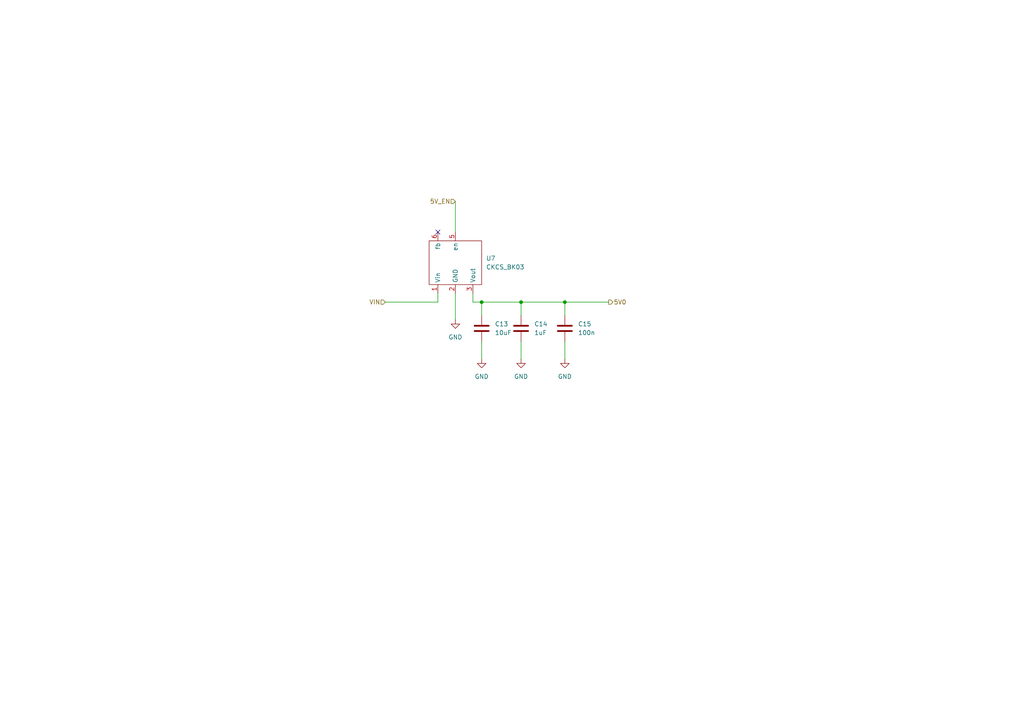
<source format=kicad_sch>
(kicad_sch (version 20230121) (generator eeschema)
  (paper "A4")
  (lib_symbols
    (symbol "Device:C" (pin_numbers hide) (pin_names (offset 0.254))
      (property "Reference" "C" (at 0.635 2.54 0))
      (property "Value" "C" (at 0.635 -2.54 0))
      (symbol "C_0_1"
        (polyline (pts (xy -2.032 -0.762) (xy 2.032 -0.762)) (stroke (width 0.508)))
        (polyline (pts (xy -2.032 0.762) (xy 2.032 0.762)) (stroke (width 0.508)))
      )
      (symbol "C_1_1"
        (pin passive line (at 0 3.81 270) (length 2.794) (name "~") (number "1"))
        (pin passive line (at 0 -3.81 90) (length 2.794) (name "~") (number "2"))
      )
    )
    (symbol "pcb_modules:CKCS_BK03"
      (property "Reference" "U" (at -13.97 1.27 0))
      (property "Value" "CKCS_BK03" (at -13.97 -1.27 0))
      (symbol "CKCS_BK03_0_0"
        (pin power_in line (at 0 -8.89 90) (length 2.54) (name "GND") (number "2"))
        (pin power_out line (at 5.08 -8.89 90) (length 2.54) (name "Vout") (number "3"))
        (pin no_connect line (at 5.08 6.35 270) (length 2.54) hide (name "") (number "4"))
        (pin input line (at 0 8.89 270) (length 2.54) (name "en") (number "5"))
        (pin input line (at -5.08 8.89 270) (length 2.54) (name "fb") (number "6"))
      )
      (symbol "CKCS_BK03_0_1"
        (rectangle (start -7.62 6.35) (end 7.62 -6.35))
      )
      (symbol "CKCS_BK03_1_1"
        (pin power_in line (at -5.08 -8.89 90) (length 2.54) (name "Vin") (number "1"))
      )
    )
    (symbol "power:GND" (power) (pin_names (offset 0))
      (property "Value" "GND" (at 0 -3.81 0))
      (symbol "GND_0_1"
        (polyline (pts (xy 0 0) (xy 0 -1.27) (xy 1.27 -1.27) (xy 0 -2.54) (xy -1.27 -1.27) (xy 0 -1.27)))
      )
      (symbol "GND_1_1"
        (pin power_in line (at 0 0 270) (length 0) hide (name "GND") (number "1"))
      )
    )
  )
  (junction (at 163.83 87.63))
  (junction (at 139.7 87.63))
  (junction (at 151.13 87.63))
  (no_connect (at 127 67.31))
  (wire (pts (xy 163.83 87.63) (xy 176.53 87.63)))
  (wire (pts (xy 137.16 85.09) (xy 137.16 87.63)))
  (wire (pts (xy 139.7 87.63) (xy 139.7 91.44)))
  (wire (pts (xy 127 85.09) (xy 127 87.63)))
  (wire (pts (xy 163.83 87.63) (xy 163.83 91.44)))
  (wire (pts (xy 132.08 92.71) (xy 132.08 85.09)))
  (wire (pts (xy 151.13 87.63) (xy 163.83 87.63)))
  (wire (pts (xy 151.13 87.63) (xy 151.13 91.44)))
  (wire (pts (xy 132.08 58.42) (xy 132.08 67.31)))
  (wire (pts (xy 139.7 87.63) (xy 151.13 87.63)))
  (wire (pts (xy 111.76 87.63) (xy 127 87.63)))
  (wire (pts (xy 139.7 104.14) (xy 139.7 99.06)))
  (wire (pts (xy 151.13 104.14) (xy 151.13 99.06)))
  (wire (pts (xy 137.16 87.63) (xy 139.7 87.63)))
  (wire (pts (xy 163.83 104.14) (xy 163.83 99.06)))
  (hierarchical_label "VIN" (shape input) (at 111.76 87.63 180))
  (hierarchical_label "5V_EN" (shape input) (at 132.08 58.42 180))
  (hierarchical_label "5V0" (shape output) (at 176.53 87.63 0))
  (symbol (lib_id "Device:C") (at 163.83 95.25 0) (unit 1)
    (property "Reference" "C15" (at 167.64 93.9799 0) (effects (justify left)))
    (property "Value" "100n" (at 167.64 96.5199 0) (effects (justify left)))
    (property "Footprint" "Capacitor_SMD:C_0805_2012Metric" (effects hide))
  )
  (symbol (lib_id "Device:C") (at 151.13 95.25 0) (unit 1)
    (property "Reference" "C14" (at 154.94 93.9799 0) (effects (justify left)))
    (property "Value" "1uF" (at 154.94 96.5199 0) (effects (justify left)))
    (property "Footprint" "Capacitor_SMD:C_0805_2012Metric" (effects hide))
  )
  (symbol (lib_id "Device:C") (at 139.7 95.25 0) (unit 1)
    (property "Reference" "C13" (at 143.51 93.9799 0) (effects (justify left)))
    (property "Value" "10uF" (at 143.51 96.5199 0) (effects (justify left)))
    (property "Footprint" "Capacitor_SMD:C_0805_2012Metric" (effects hide))
  )
  (symbol (lib_id "power:GND") (at 151.13 104.14 0) (unit 1)
    (property "Reference" "#PWR063" (effects hide))
    (property "Value" "GND" (at 151.13 109.22 0))
  )
  (symbol (lib_id "power:GND") (at 132.08 92.71 0) (unit 1)
    (property "Reference" "#PWR060" (effects hide))
    (property "Value" "GND" (at 132.08 97.79 0))
  )
  (symbol (lib_id "power:GND") (at 163.83 104.14 0) (unit 1)
    (property "Reference" "#PWR064" (effects hide))
    (property "Value" "GND" (at 163.83 109.22 0))
  )
  (symbol (lib_id "pcb_modules:CKCS_BK03") (at 132.08 76.2 0) (unit 1)
    (property "Reference" "U7" (at 140.97 74.9299 0) (effects (justify left)))
    (property "Value" "CKCS_BK03" (at 140.97 77.4699 0) (effects (justify left)))
    (property "Footprint" "Pcb_Modules:CKCS-BK03" (effects hide))
  )
  (symbol (lib_id "power:GND") (at 139.7 104.14 0) (unit 1)
    (property "Reference" "#PWR062" (effects hide))
    (property "Value" "GND" (at 139.7 109.22 0))
  )
)
</source>
